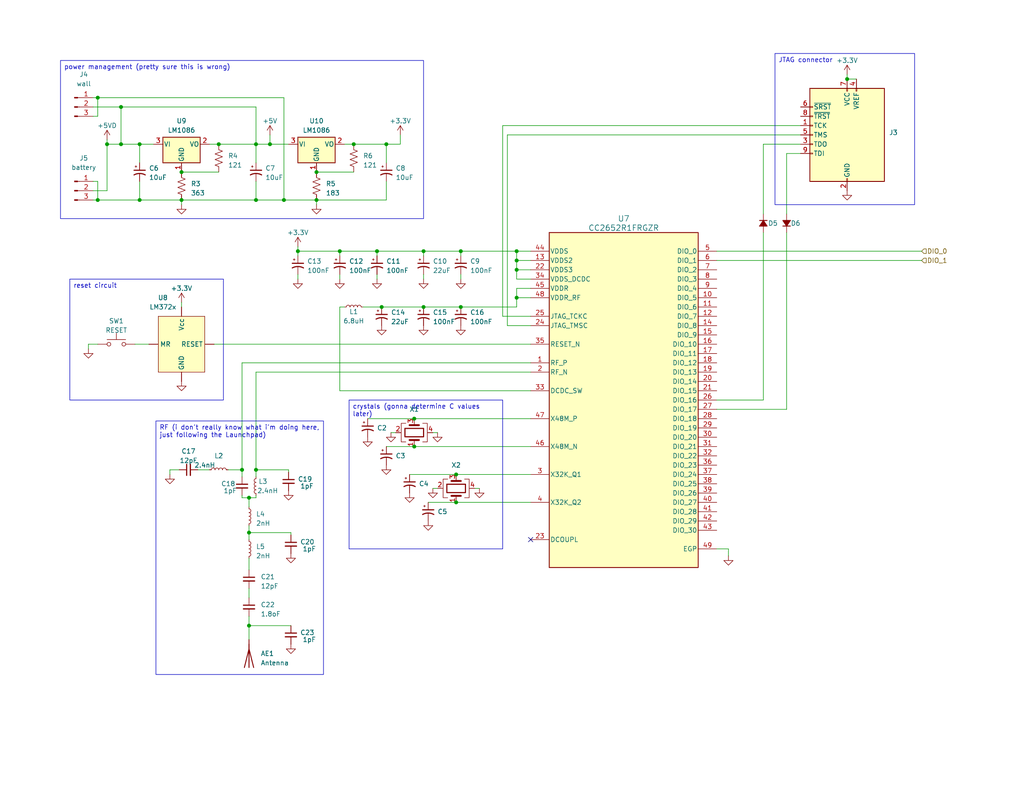
<source format=kicad_sch>
(kicad_sch (version 20230121) (generator eeschema)
  (paper "A")
  (lib_symbols
    (symbol "CC26X2R:CC2652R1FRGZR" (pin_names (offset 0.254))
      (property "Reference" "U7" (at 0 49.53 0))
      (property "Value" "CC2652R1FRGZR" (at 0 46.99 0))
      (symbol "CC2652R1FRGZR_0_1"
        (rectangle (start -20.32 45.72) (end 20.32 -45.72) (stroke (width 0.254)) (fill (type background)))
        (pin bidirectional line (at -25.4 10.16 0) (length 5.08) (name "RF_P") (number "1"))
        (pin bidirectional line (at 25.4 27.94 180) (length 5.08) (name "DIO_5") (number "10"))
        (pin bidirectional line (at 25.4 25.4 180) (length 5.08) (name "DIO_6") (number "11"))
        (pin bidirectional line (at 25.4 22.86 180) (length 5.08) (name "DIO_7") (number "12"))
        (pin power_in line (at -25.4 38.1 0) (length 5.08) (name "VDDS2") (number "13"))
        (pin bidirectional line (at 25.4 20.32 180) (length 5.08) (name "DIO_8") (number "14"))
        (pin bidirectional line (at 25.4 17.78 180) (length 5.08) (name "DIO_9") (number "15"))
        (pin bidirectional line (at 25.4 15.24 180) (length 5.08) (name "DIO_10") (number "16"))
        (pin bidirectional line (at 25.4 12.7 180) (length 5.08) (name "DIO_11") (number "17"))
        (pin bidirectional line (at 25.4 10.16 180) (length 5.08) (name "DIO_12") (number "18"))
        (pin bidirectional line (at 25.4 7.62 180) (length 5.08) (name "DIO_13") (number "19"))
        (pin bidirectional line (at -25.4 7.62 0) (length 5.08) (name "RF_N") (number "2"))
        (pin bidirectional line (at 25.4 5.08 180) (length 5.08) (name "DIO_14") (number "20"))
        (pin bidirectional line (at 25.4 2.54 180) (length 5.08) (name "DIO_15") (number "21"))
        (pin power_in line (at -25.4 35.56 0) (length 5.08) (name "VDDS3") (number "22"))
        (pin unspecified line (at -25.4 -38.1 0) (length 5.08) (name "DCOUPL") (number "23"))
        (pin bidirectional line (at -25.4 20.32 0) (length 5.08) (name "JTAG_TMSC") (number "24"))
        (pin bidirectional line (at -25.4 22.86 0) (length 5.08) (name "JTAG_TCKC") (number "25"))
        (pin bidirectional line (at 25.4 0 180) (length 5.08) (name "DIO_16") (number "26"))
        (pin bidirectional line (at 25.4 -2.54 180) (length 5.08) (name "DIO_17") (number "27"))
        (pin bidirectional line (at 25.4 -5.08 180) (length 5.08) (name "DIO_18") (number "28"))
        (pin bidirectional line (at 25.4 -7.62 180) (length 5.08) (name "DIO_19") (number "29"))
        (pin bidirectional line (at -25.4 -20.32 0) (length 5.08) (name "X32K_Q1") (number "3"))
        (pin bidirectional line (at 25.4 -10.16 180) (length 5.08) (name "DIO_20") (number "30"))
        (pin bidirectional line (at 25.4 -12.7 180) (length 5.08) (name "DIO_21") (number "31"))
        (pin bidirectional line (at 25.4 -15.24 180) (length 5.08) (name "DIO_22") (number "32"))
        (pin power_in line (at -25.4 2.54 0) (length 5.08) (name "DCDC_SW") (number "33"))
        (pin power_in line (at -25.4 33.02 0) (length 5.08) (name "VDDS_DCDC") (number "34"))
        (pin input line (at -25.4 15.24 0) (length 5.08) (name "RESET_N") (number "35"))
        (pin bidirectional line (at 25.4 -17.78 180) (length 5.08) (name "DIO_23") (number "36"))
        (pin bidirectional line (at 25.4 -20.32 180) (length 5.08) (name "DIO_24") (number "37"))
        (pin bidirectional line (at 25.4 -22.86 180) (length 5.08) (name "DIO_25") (number "38"))
        (pin bidirectional line (at 25.4 -25.4 180) (length 5.08) (name "DIO_26") (number "39"))
        (pin bidirectional line (at -25.4 -27.94 0) (length 5.08) (name "X32K_Q2") (number "4"))
        (pin bidirectional line (at 25.4 -27.94 180) (length 5.08) (name "DIO_27") (number "40"))
        (pin bidirectional line (at 25.4 -30.48 180) (length 5.08) (name "DIO_28") (number "41"))
        (pin bidirectional line (at 25.4 -33.02 180) (length 5.08) (name "DIO_29") (number "42"))
        (pin bidirectional line (at 25.4 -35.56 180) (length 5.08) (name "DIO_30") (number "43"))
        (pin power_in line (at -25.4 40.64 0) (length 5.08) (name "VDDS") (number "44"))
        (pin power_in line (at -25.4 30.48 0) (length 5.08) (name "VDDR") (number "45"))
        (pin bidirectional line (at -25.4 -12.7 0) (length 5.08) (name "X48M_N") (number "46"))
        (pin bidirectional line (at -25.4 -5.08 0) (length 5.08) (name "X48M_P") (number "47"))
        (pin power_in line (at -25.4 27.94 0) (length 5.08) (name "VDDR_RF") (number "48"))
        (pin power_in line (at 25.4 -40.64 180) (length 5.08) (name "EGP") (number "49"))
        (pin bidirectional line (at 25.4 40.64 180) (length 5.08) (name "DIO_0") (number "5"))
        (pin bidirectional line (at 25.4 38.1 180) (length 5.08) (name "DIO_1") (number "6"))
        (pin bidirectional line (at 25.4 35.56 180) (length 5.08) (name "DIO_2") (number "7"))
        (pin bidirectional line (at 25.4 33.02 180) (length 5.08) (name "DIO_3") (number "8"))
        (pin bidirectional line (at 25.4 30.48 180) (length 5.08) (name "DIO_4") (number "9"))
      )
    )
    (symbol "Connector:AVR-JTAG-10" (pin_names (offset 1.016))
      (property "Reference" "J" (at -8.89 13.97 0))
      (property "Value" "AVR-JTAG-10" (at 1.27 13.97 0))
      (symbol "AVR-JTAG-10_0_1"
        (rectangle (start -2.667 12.7) (end -2.413 11.938))
        (rectangle (start -0.127 -11.938) (end 0.127 -12.7))
        (rectangle (start -0.127 12.7) (end 0.127 11.938))
        (rectangle (start 10.16 -4.953) (end 9.398 -5.207))
        (rectangle (start 10.16 -2.413) (end 9.398 -2.667))
        (rectangle (start 10.16 0.127) (end 9.398 -0.127))
        (rectangle (start 10.16 2.667) (end 9.398 2.413))
        (rectangle (start 10.16 5.207) (end 9.398 4.953))
        (rectangle (start 10.16 7.747) (end 9.398 7.493))
        (rectangle (start 10.16 12.7) (end -10.16 -12.7) (stroke (width 0.254)) (fill (type background)))
      )
      (symbol "AVR-JTAG-10_1_1"
        (pin passive line (at 12.7 2.54 180) (length 2.54) (name "TCK") (number "1"))
        (pin passive line (at 0 -15.24 90) (length 2.54) hide (name "GND") (number "10"))
        (pin passive line (at 0 -15.24 90) (length 2.54) (name "GND") (number "2"))
        (pin passive line (at 12.7 -2.54 180) (length 2.54) (name "TDO") (number "3"))
        (pin passive line (at -2.54 15.24 270) (length 2.54) (name "VREF") (number "4"))
        (pin passive line (at 12.7 0 180) (length 2.54) (name "TMS") (number "5"))
        (pin passive line (at 12.7 7.62 180) (length 2.54) (name "~{SRST}") (number "6"))
        (pin passive line (at 0 15.24 270) (length 2.54) (name "VCC") (number "7"))
        (pin passive line (at 12.7 5.08 180) (length 2.54) (name "~{TRST}") (number "8"))
        (pin passive line (at 12.7 -5.08 180) (length 2.54) (name "TDI") (number "9"))
      )
    )
    (symbol "Connector:Conn_01x03_Pin" (pin_names (offset 1.016) hide)
      (property "Reference" "J" (at 0 5.08 0))
      (property "Value" "Conn_01x03_Pin" (at 0 -5.08 0))
      (symbol "Conn_01x03_Pin_1_1"
        (polyline (pts (xy 1.27 -2.54) (xy 0.8636 -2.54)) (stroke (width 0.1524)))
        (polyline (pts (xy 1.27 0) (xy 0.8636 0)) (stroke (width 0.1524)))
        (polyline (pts (xy 1.27 2.54) (xy 0.8636 2.54)) (stroke (width 0.1524)))
        (rectangle (start 0.8636 -2.413) (end 0 -2.667) (stroke (width 0.1524)) (fill (type outline)))
        (rectangle (start 0.8636 0.127) (end 0 -0.127) (stroke (width 0.1524)) (fill (type outline)))
        (rectangle (start 0.8636 2.667) (end 0 2.413) (stroke (width 0.1524)) (fill (type outline)))
        (pin passive line (at 5.08 2.54 180) (length 3.81) (name "Pin_1") (number "1"))
        (pin passive line (at 5.08 0 180) (length 3.81) (name "Pin_2") (number "2"))
        (pin passive line (at 5.08 -2.54 180) (length 3.81) (name "Pin_3") (number "3"))
      )
    )
    (symbol "Device:Antenna" (pin_numbers hide) (pin_names (offset 1.016) hide)
      (property "Reference" "AE" (at -1.905 1.905 0))
      (property "Value" "Antenna" (at -1.905 0 0))
      (symbol "Antenna_0_1"
        (polyline (pts (xy 0 2.54) (xy 0 -3.81)) (stroke (width 0.254)))
        (polyline (pts (xy 1.27 2.54) (xy 0 -2.54) (xy -1.27 2.54)) (stroke (width 0.254)))
      )
      (symbol "Antenna_1_1"
        (pin input line (at 0 -5.08 90) (length 2.54) (name "A") (number "1"))
      )
    )
    (symbol "Device:C_Polarized_Small_US" (pin_numbers hide) (pin_names (offset 0.254) hide)
      (property "Reference" "C" (at 0.254 1.778 0))
      (property "Value" "C_Polarized_Small_US" (at 0.254 -2.032 0))
      (symbol "C_Polarized_Small_US_0_1"
        (polyline (pts (xy -1.524 0.508) (xy 1.524 0.508)) (stroke (width 0.3048)))
        (polyline (pts (xy -1.27 1.524) (xy -0.762 1.524)))
        (polyline (pts (xy -1.016 1.27) (xy -1.016 1.778)))
        (arc (start 1.524 -0.762) (mid 0 -0.3734) (end -1.524 -0.762) (stroke (width 0.3048)))
      )
      (symbol "C_Polarized_Small_US_1_1"
        (pin passive line (at 0 2.54 270) (length 2.032) (name "~") (number "1"))
        (pin passive line (at 0 -2.54 90) (length 2.032) (name "~") (number "2"))
      )
    )
    (symbol "Device:C_Small" (pin_numbers hide) (pin_names (offset 0.254) hide)
      (property "Reference" "C" (at 0.254 1.778 0))
      (property "Value" "C_Small" (at 0.254 -2.032 0))
      (symbol "C_Small_0_1"
        (polyline (pts (xy -1.524 -0.508) (xy 1.524 -0.508)) (stroke (width 0.3302)))
        (polyline (pts (xy -1.524 0.508) (xy 1.524 0.508)) (stroke (width 0.3048)))
      )
      (symbol "C_Small_1_1"
        (pin passive line (at 0 2.54 270) (length 2.032) (name "~") (number "1"))
        (pin passive line (at 0 -2.54 90) (length 2.032) (name "~") (number "2"))
      )
    )
    (symbol "Device:Crystal_GND24" (pin_names (offset 1.016) hide)
      (property "Reference" "Y" (at 3.175 5.08 0))
      (property "Value" "Crystal_GND24" (at 3.175 3.175 0))
      (symbol "Crystal_GND24_0_1"
        (rectangle (start -1.143 2.54) (end 1.143 -2.54) (stroke (width 0.3048)))
        (polyline (pts (xy -2.54 0) (xy -2.032 0)))
        (polyline (pts (xy -2.032 -1.27) (xy -2.032 1.27)) (stroke (width 0.508)))
        (polyline (pts (xy 0 -3.81) (xy 0 -3.556)))
        (polyline (pts (xy 0 3.556) (xy 0 3.81)))
        (polyline (pts (xy 2.032 -1.27) (xy 2.032 1.27)) (stroke (width 0.508)))
        (polyline (pts (xy 2.032 0) (xy 2.54 0)))
        (polyline (pts (xy -2.54 -2.286) (xy -2.54 -3.556) (xy 2.54 -3.556) (xy 2.54 -2.286)))
        (polyline (pts (xy -2.54 2.286) (xy -2.54 3.556) (xy 2.54 3.556) (xy 2.54 2.286)))
      )
      (symbol "Crystal_GND24_1_1"
        (pin passive line (at -3.81 0 0) (length 1.27) (name "1") (number "1"))
        (pin passive line (at 0 5.08 270) (length 1.27) (name "2") (number "2"))
        (pin passive line (at 3.81 0 180) (length 1.27) (name "3") (number "3"))
        (pin passive line (at 0 -5.08 90) (length 1.27) (name "4") (number "4"))
      )
    )
    (symbol "Device:D_Small_Filled" (pin_numbers hide) (pin_names (offset 0.254) hide)
      (property "Reference" "D" (at -1.27 2.032 0))
      (property "Value" "D_Small_Filled" (at -3.81 -2.032 0))
      (symbol "D_Small_Filled_0_1"
        (polyline (pts (xy -0.762 -1.016) (xy -0.762 1.016)) (stroke (width 0.254)))
        (polyline (pts (xy -0.762 0) (xy 0.762 0)))
        (polyline (pts (xy 0.762 -1.016) (xy -0.762 0) (xy 0.762 1.016) (xy 0.762 -1.016)) (stroke (width 0.254)) (fill (type outline)))
      )
      (symbol "D_Small_Filled_1_1"
        (pin passive line (at -2.54 0 0) (length 1.778) (name "K") (number "1"))
        (pin passive line (at 2.54 0 180) (length 1.778) (name "A") (number "2"))
      )
    )
    (symbol "Device:L_Small" (pin_numbers hide) (pin_names (offset 0.254) hide)
      (property "Reference" "L" (at 0.762 1.016 0))
      (property "Value" "L_Small" (at 0.762 -1.016 0))
      (symbol "L_Small_0_1"
        (arc (start 0 -2.032) (mid 0.5058 -1.524) (end 0 -1.016))
        (arc (start 0 -1.016) (mid 0.5058 -0.508) (end 0 0))
        (arc (start 0 0) (mid 0.5058 0.508) (end 0 1.016))
        (arc (start 0 1.016) (mid 0.5058 1.524) (end 0 2.032))
      )
      (symbol "L_Small_1_1"
        (pin passive line (at 0 2.54 270) (length 0.508) (name "~") (number "1"))
        (pin passive line (at 0 -2.54 90) (length 0.508) (name "~") (number "2"))
      )
    )
    (symbol "Device:R_US" (pin_numbers hide) (pin_names (offset 0))
      (property "Reference" "R" (at 2.54 0 90))
      (property "Value" "R_US" (at -2.54 0 90))
      (symbol "R_US_0_1"
        (polyline (pts (xy 0 -2.286) (xy 0 -2.54)))
        (polyline (pts (xy 0 2.286) (xy 0 2.54)))
        (polyline (pts (xy 0 -0.762) (xy 1.016 -1.143) (xy 0 -1.524) (xy -1.016 -1.905) (xy 0 -2.286)))
        (polyline (pts (xy 0 0.762) (xy 1.016 0.381) (xy 0 0) (xy -1.016 -0.381) (xy 0 -0.762)))
        (polyline (pts (xy 0 2.286) (xy 1.016 1.905) (xy 0 1.524) (xy -1.016 1.143) (xy 0 0.762)))
      )
      (symbol "R_US_1_1"
        (pin passive line (at 0 3.81 270) (length 1.27) (name "~") (number "1"))
        (pin passive line (at 0 -3.81 90) (length 1.27) (name "~") (number "2"))
      )
    )
    (symbol "My_Library:LM372x"
      (property "Reference" "U" (at 0 15.24 0))
      (property "Value" "LM372x" (at 0 12.7 0))
      (symbol "LM372x_0_1"
        (rectangle (start -6.35 7.62) (end 6.35 -7.62) (fill (type background)))
      )
      (symbol "LM372x_1_1"
        (pin input line (at 0 -10.16 90) (length 2.54) (name "GND") (number ""))
        (pin input line (at -8.89 0 0) (length 2.54) (name "MR") (number ""))
        (pin input line (at 8.89 0 180) (length 2.54) (name "RESET") (number ""))
        (pin input line (at 0 10.16 270) (length 2.54) (name "Vcc") (number ""))
      )
    )
    (symbol "Regulator_Linear:LM1085-5.0" (pin_names (offset 0.254))
      (property "Reference" "U" (at -3.81 3.175 0))
      (property "Value" "LM1085-5.0" (at 0 3.175 0))
      (symbol "LM1085-5.0_0_1"
        (rectangle (start -5.08 1.905) (end 5.08 -5.08) (stroke (width 0.254)) (fill (type background)))
      )
      (symbol "LM1085-5.0_1_1"
        (pin power_in line (at 0 -7.62 90) (length 2.54) (name "GND") (number "1"))
        (pin power_out line (at 7.62 0 180) (length 2.54) (name "VO") (number "2"))
        (pin power_in line (at -7.62 0 0) (length 2.54) (name "VI") (number "3"))
      )
    )
    (symbol "Switch:SW_Push" (pin_numbers hide) (pin_names (offset 1.016) hide)
      (property "Reference" "SW" (at 1.27 2.54 0))
      (property "Value" "SW_Push" (at 0 -1.524 0))
      (symbol "SW_Push_0_1"
        (circle (center -2.032 0) (radius 0.508))
        (polyline (pts (xy 0 1.27) (xy 0 3.048)))
        (polyline (pts (xy 2.54 1.27) (xy -2.54 1.27)))
        (circle (center 2.032 0) (radius 0.508))
        (pin passive line (at -5.08 0 0) (length 2.54) (name "1") (number "1"))
        (pin passive line (at 5.08 0 180) (length 2.54) (name "2") (number "2"))
      )
    )
    (symbol "power:+3.3V" (power) (pin_names (offset 0))
      (property "Value" "+3.3V" (at 0 3.556 0))
      (symbol "+3.3V_0_1"
        (polyline (pts (xy -0.762 1.27) (xy 0 2.54)))
        (polyline (pts (xy 0 0) (xy 0 2.54)))
        (polyline (pts (xy 0 2.54) (xy 0.762 1.27)))
      )
      (symbol "+3.3V_1_1"
        (pin power_in line (at 0 0 90) (length 0) hide (name "+3.3V") (number "1"))
      )
    )
    (symbol "power:+5V" (power) (pin_names (offset 0))
      (property "Value" "+5V" (at 0 3.556 0))
      (symbol "+5V_0_1"
        (polyline (pts (xy -0.762 1.27) (xy 0 2.54)))
        (polyline (pts (xy 0 0) (xy 0 2.54)))
        (polyline (pts (xy 0 2.54) (xy 0.762 1.27)))
      )
      (symbol "+5V_1_1"
        (pin power_in line (at 0 0 90) (length 0) hide (name "+5V") (number "1"))
      )
    )
    (symbol "power:+5VD" (power) (pin_names (offset 0))
      (property "Value" "+5VD" (at 0 3.556 0))
      (symbol "+5VD_0_1"
        (polyline (pts (xy -0.762 1.27) (xy 0 2.54)))
        (polyline (pts (xy 0 0) (xy 0 2.54)))
        (polyline (pts (xy 0 2.54) (xy 0.762 1.27)))
      )
      (symbol "+5VD_1_1"
        (pin power_in line (at 0 0 90) (length 0) hide (name "+5VD") (number "1"))
      )
    )
    (symbol "power:GND" (power) (pin_names (offset 0))
      (property "Value" "GND" (at 0 -3.81 0))
      (symbol "GND_0_1"
        (polyline (pts (xy 0 0) (xy 0 -1.27) (xy 1.27 -1.27) (xy 0 -2.54) (xy -1.27 -1.27) (xy 0 -1.27)))
      )
      (symbol "GND_1_1"
        (pin power_in line (at 0 0 270) (length 0) hide (name "GND") (number "1"))
      )
    )
  )
  (junction (at 231.14 21.59))
  (junction (at 59.69 39.37))
  (junction (at 102.87 68.58))
  (junction (at 92.71 68.58))
  (junction (at 49.53 54.61))
  (junction (at 69.85 39.37))
  (junction (at 33.02 29.21))
  (junction (at 105.41 39.37))
  (junction (at 124.46 137.16))
  (junction (at 77.47 54.61))
  (junction (at 140.97 71.12))
  (junction (at 33.02 39.37))
  (junction (at 81.28 68.58))
  (junction (at 67.945 170.815))
  (junction (at 49.53 46.99))
  (junction (at 104.14 83.82))
  (junction (at 115.57 83.82))
  (junction (at 38.1 39.37))
  (junction (at 124.46 129.54))
  (junction (at 86.36 54.61))
  (junction (at 125.73 68.58))
  (junction (at 38.1 54.61))
  (junction (at 86.36 46.99))
  (junction (at 73.66 39.37))
  (junction (at 26.67 26.67))
  (junction (at 67.945 135.89))
  (junction (at 140.97 68.58))
  (junction (at 67.945 145.415))
  (junction (at 140.97 73.66))
  (junction (at 113.03 114.3))
  (junction (at 125.73 83.82))
  (junction (at 26.67 54.61))
  (junction (at 96.52 39.37))
  (junction (at 69.85 128.27))
  (junction (at 113.03 121.92))
  (junction (at 29.21 39.37))
  (junction (at 140.97 81.28))
  (junction (at 66.04 128.27))
  (junction (at 115.57 68.58))
  (junction (at 69.85 54.61))
  (no_connect (at 144.78 147.32))
  (wire (pts (xy 69.85 128.27) (xy 78.74 128.27)))
  (wire (pts (xy 140.97 73.66) (xy 140.97 71.12)))
  (wire (pts (xy 109.22 36.83) (xy 109.22 39.37)))
  (wire (pts (xy 66.04 99.06) (xy 66.04 128.27)))
  (wire (pts (xy 81.28 74.93) (xy 81.28 76.2)))
  (wire (pts (xy 62.23 128.27) (xy 66.04 128.27)))
  (wire (pts (xy 118.11 133.35) (xy 119.38 133.35)))
  (wire (pts (xy 49.53 55.88) (xy 49.53 54.61)))
  (wire (pts (xy 231.14 20.32) (xy 231.14 21.59)))
  (wire (pts (xy 93.98 39.37) (xy 96.52 39.37)))
  (wire (pts (xy 77.47 54.61) (xy 86.36 54.61)))
  (wire (pts (xy 67.945 170.815) (xy 67.945 174.625)))
  (wire (pts (xy 66.04 135.89) (xy 66.04 135.255)))
  (wire (pts (xy 26.67 54.61) (xy 38.1 54.61)))
  (wire (pts (xy 38.1 54.61) (xy 49.53 54.61)))
  (wire (pts (xy 33.02 39.37) (xy 38.1 39.37)))
  (wire (pts (xy 53.975 128.27) (xy 57.15 128.27)))
  (wire (pts (xy 104.14 83.82) (xy 115.57 83.82)))
  (wire (pts (xy 69.85 54.61) (xy 69.85 49.53)))
  (wire (pts (xy 78.74 128.27) (xy 78.74 128.905)))
  (wire (pts (xy 36.83 93.98) (xy 40.64 93.98)))
  (wire (pts (xy 67.945 145.415) (xy 79.375 145.415)))
  (wire (pts (xy 66.04 135.89) (xy 67.945 135.89)))
  (wire (pts (xy 33.02 29.21) (xy 69.85 29.21)))
  (wire (pts (xy 25.4 26.67) (xy 26.67 26.67)))
  (wire (pts (xy 38.1 39.37) (xy 41.91 39.37)))
  (wire (pts (xy 67.945 135.89) (xy 67.945 138.43)))
  (wire (pts (xy 67.945 152.4) (xy 67.945 155.575)))
  (wire (pts (xy 195.58 111.76) (xy 214.63 111.76)))
  (wire (pts (xy 69.85 101.6) (xy 69.85 128.27)))
  (wire (pts (xy 66.04 128.27) (xy 66.04 130.175)))
  (wire (pts (xy 125.73 68.58) (xy 125.73 69.85)))
  (wire (pts (xy 105.41 54.61) (xy 105.41 49.53)))
  (wire (pts (xy 69.85 39.37) (xy 59.69 39.37)))
  (wire (pts (xy 46.355 128.27) (xy 46.355 129.54)))
  (wire (pts (xy 69.85 135.89) (xy 69.85 135.255)))
  (wire (pts (xy 129.54 133.35) (xy 130.81 133.35)))
  (wire (pts (xy 69.85 128.27) (xy 69.85 130.175)))
  (wire (pts (xy 100.33 114.3) (xy 113.03 114.3)))
  (wire (pts (xy 125.73 83.82) (xy 140.97 83.82)))
  (wire (pts (xy 26.67 49.53) (xy 26.67 54.61)))
  (wire (pts (xy 24.13 93.98) (xy 24.13 95.25)))
  (wire (pts (xy 92.71 83.82) (xy 92.71 106.68)))
  (wire (pts (xy 102.87 68.58) (xy 92.71 68.58)))
  (wire (pts (xy 113.03 121.92) (xy 144.78 121.92)))
  (wire (pts (xy 29.21 52.07) (xy 29.21 39.37)))
  (wire (pts (xy 49.53 46.99) (xy 59.69 46.99)))
  (wire (pts (xy 81.28 68.58) (xy 81.28 69.85)))
  (wire (pts (xy 115.57 83.82) (xy 125.73 83.82)))
  (wire (pts (xy 92.71 68.58) (xy 81.28 68.58)))
  (wire (pts (xy 25.4 29.21) (xy 33.02 29.21)))
  (wire (pts (xy 214.63 111.76) (xy 214.63 63.5)))
  (wire (pts (xy 115.57 68.58) (xy 125.73 68.58)))
  (wire (pts (xy 195.58 109.22) (xy 208.28 109.22)))
  (wire (pts (xy 29.21 39.37) (xy 33.02 39.37)))
  (wire (pts (xy 102.87 68.58) (xy 102.87 69.85)))
  (wire (pts (xy 81.28 67.31) (xy 81.28 68.58)))
  (wire (pts (xy 67.945 143.51) (xy 67.945 145.415)))
  (wire (pts (xy 69.85 39.37) (xy 73.66 39.37)))
  (wire (pts (xy 26.67 93.98) (xy 24.13 93.98)))
  (wire (pts (xy 113.03 114.3) (xy 144.78 114.3)))
  (wire (pts (xy 208.28 109.22) (xy 208.28 63.5)))
  (wire (pts (xy 144.78 86.36) (xy 137.16 86.36)))
  (wire (pts (xy 218.44 39.37) (xy 208.28 39.37)))
  (wire (pts (xy 195.58 71.12) (xy 251.46 71.12)))
  (wire (pts (xy 26.67 31.75) (xy 26.67 26.67)))
  (wire (pts (xy 69.85 44.45) (xy 69.85 39.37)))
  (wire (pts (xy 92.71 68.58) (xy 92.71 69.85)))
  (wire (pts (xy 99.06 83.82) (xy 104.14 83.82)))
  (wire (pts (xy 102.87 68.58) (xy 115.57 68.58)))
  (wire (pts (xy 138.43 36.83) (xy 138.43 88.9)))
  (wire (pts (xy 58.42 93.98) (xy 144.78 93.98)))
  (wire (pts (xy 48.895 128.27) (xy 46.355 128.27)))
  (wire (pts (xy 140.97 78.74) (xy 144.78 78.74)))
  (wire (pts (xy 25.4 52.07) (xy 29.21 52.07)))
  (wire (pts (xy 195.58 68.58) (xy 251.46 68.58)))
  (wire (pts (xy 140.97 76.2) (xy 144.78 76.2)))
  (wire (pts (xy 198.755 149.86) (xy 198.755 151.765)))
  (wire (pts (xy 25.4 49.53) (xy 26.67 49.53)))
  (wire (pts (xy 86.36 54.61) (xy 86.36 55.88)))
  (wire (pts (xy 86.36 54.61) (xy 105.41 54.61)))
  (wire (pts (xy 140.97 68.58) (xy 144.78 68.58)))
  (wire (pts (xy 208.28 39.37) (xy 208.28 58.42)))
  (wire (pts (xy 49.53 54.61) (xy 69.85 54.61)))
  (wire (pts (xy 67.945 135.89) (xy 69.85 135.89)))
  (wire (pts (xy 198.755 149.86) (xy 195.58 149.86)))
  (wire (pts (xy 140.97 76.2) (xy 140.97 73.66)))
  (wire (pts (xy 111.76 129.54) (xy 124.46 129.54)))
  (wire (pts (xy 144.78 81.28) (xy 140.97 81.28)))
  (wire (pts (xy 49.53 82.55) (xy 49.53 83.82)))
  (wire (pts (xy 115.57 74.93) (xy 115.57 76.2)))
  (wire (pts (xy 140.97 71.12) (xy 140.97 68.58)))
  (wire (pts (xy 33.02 29.21) (xy 33.02 39.37)))
  (wire (pts (xy 73.66 39.37) (xy 78.74 39.37)))
  (wire (pts (xy 218.44 41.91) (xy 214.63 41.91)))
  (wire (pts (xy 218.44 36.83) (xy 138.43 36.83)))
  (wire (pts (xy 125.73 74.93) (xy 125.73 76.2)))
  (wire (pts (xy 66.04 99.06) (xy 144.78 99.06)))
  (wire (pts (xy 67.945 170.815) (xy 79.375 170.815)))
  (wire (pts (xy 137.16 86.36) (xy 137.16 34.29)))
  (wire (pts (xy 140.97 81.28) (xy 140.97 83.82)))
  (wire (pts (xy 144.78 101.6) (xy 69.85 101.6)))
  (wire (pts (xy 137.16 34.29) (xy 218.44 34.29)))
  (wire (pts (xy 105.41 39.37) (xy 109.22 39.37)))
  (wire (pts (xy 124.46 137.16) (xy 144.78 137.16)))
  (wire (pts (xy 102.87 74.93) (xy 102.87 76.2)))
  (wire (pts (xy 29.21 38.1) (xy 29.21 39.37)))
  (wire (pts (xy 67.945 160.655) (xy 67.945 163.195)))
  (wire (pts (xy 118.11 118.11) (xy 119.38 118.11)))
  (wire (pts (xy 79.375 145.415) (xy 79.375 146.05)))
  (wire (pts (xy 73.66 36.83) (xy 73.66 39.37)))
  (wire (pts (xy 105.41 39.37) (xy 96.52 39.37)))
  (wire (pts (xy 231.14 21.59) (xy 233.68 21.59)))
  (wire (pts (xy 140.97 78.74) (xy 140.97 81.28)))
  (wire (pts (xy 140.97 68.58) (xy 125.73 68.58)))
  (wire (pts (xy 77.47 26.67) (xy 77.47 54.61)))
  (wire (pts (xy 26.67 26.67) (xy 77.47 26.67)))
  (wire (pts (xy 124.46 129.54) (xy 144.78 129.54)))
  (wire (pts (xy 138.43 88.9) (xy 144.78 88.9)))
  (wire (pts (xy 105.41 121.92) (xy 113.03 121.92)))
  (wire (pts (xy 140.97 71.12) (xy 144.78 71.12)))
  (wire (pts (xy 105.41 44.45) (xy 105.41 39.37)))
  (wire (pts (xy 214.63 41.91) (xy 214.63 58.42)))
  (wire (pts (xy 92.71 83.82) (xy 93.98 83.82)))
  (wire (pts (xy 92.71 74.93) (xy 92.71 76.2)))
  (wire (pts (xy 116.84 137.16) (xy 124.46 137.16)))
  (wire (pts (xy 92.71 106.68) (xy 144.78 106.68)))
  (wire (pts (xy 38.1 49.53) (xy 38.1 54.61)))
  (wire (pts (xy 38.1 39.37) (xy 38.1 44.45)))
  (wire (pts (xy 69.85 29.21) (xy 69.85 39.37)))
  (wire (pts (xy 67.945 145.415) (xy 67.945 147.32)))
  (wire (pts (xy 86.36 46.99) (xy 96.52 46.99)))
  (wire (pts (xy 115.57 68.58) (xy 115.57 69.85)))
  (wire (pts (xy 57.15 39.37) (xy 59.69 39.37)))
  (wire (pts (xy 106.68 118.11) (xy 107.95 118.11)))
  (wire (pts (xy 25.4 31.75) (xy 26.67 31.75)))
  (wire (pts (xy 77.47 54.61) (xy 69.85 54.61)))
  (wire (pts (xy 140.97 73.66) (xy 144.78 73.66)))
  (wire (pts (xy 25.4 54.61) (xy 26.67 54.61)))
  (wire (pts (xy 67.945 168.275) (xy 67.945 170.815)))
  (text_box "crystals (gonna determine C values later)\n" (at 95.25 109.22 0) (size 41.91 40.64) (effects (font (size 1.27 1.27)) (justify left top)))
  (text_box "reset circuit\n" (at 19.05 76.2 0) (size 41.91 33.02) (effects (font (size 1.27 1.27)) (justify left top)))
  (text_box "power management (pretty sure this is wrong)" (at 16.51 16.51 0) (size 99.06 43.18) (effects (font (size 1.27 1.27)) (justify left top)))
  (text_box "JTAG connector\n" (at 211.455 14.605 0) (size 38.1 41.275) (effects (font (size 1.27 1.27)) (justify left top)))
  (text_box "RF (i don't really know what i'm doing here, just following the Launchpad)" (at 42.545 114.935 0) (size 45.72 69.215) (effects (font (size 1.27 1.27)) (justify left top)))
  (hierarchical_label "DIO_0" (shape input) (at 251.46 68.58 0))
  (hierarchical_label "DIO_1" (shape input) (at 251.46 71.12 0))
  (symbol (lib_id "Device:C_Polarized_Small_US") (at 69.85 46.99 0) (unit 1)
    (property "Reference" "C7" (at 72.39 45.9232 0) (effects (justify left)))
    (property "Value" "10uF" (at 72.39 48.4632 0) (effects (justify left)))
  )
  (symbol (lib_id "Device:C_Small") (at 79.375 173.355 0) (unit 1)
    (property "Reference" "C23" (at 81.915 172.72 0) (effects (justify left)))
    (property "Value" "1pF" (at 82.55 174.625 0) (effects (justify left)))
  )
  (symbol (lib_id "Device:C_Polarized_Small_US") (at 38.1 46.99 0) (unit 1)
    (property "Reference" "C6" (at 40.64 45.9232 0) (effects (justify left)))
    (property "Value" "10uF" (at 40.64 48.4632 0) (effects (justify left)))
  )
  (symbol (lib_id "power:GND") (at 81.28 76.2 0) (unit 1)
    (property "Reference" "#PWR039" (effects hide))
    (property "Value" "GND" (effects hide))
  )
  (symbol (lib_id "Device:C_Polarized_Small_US") (at 104.14 86.36 0) (unit 1)
    (property "Reference" "C14" (at 106.68 85.2932 0) (effects (justify left)))
    (property "Value" "22uF" (at 106.68 87.8332 0) (effects (justify left)))
  )
  (symbol (lib_id "Device:C_Small") (at 67.945 158.115 0) (unit 1)
    (property "Reference" "C21" (at 71.12 157.4863 0) (effects (justify left)))
    (property "Value" "12pF" (at 71.12 160.0263 0) (effects (justify left)))
  )
  (symbol (lib_id "Device:C_Small") (at 67.945 165.735 0) (unit 1)
    (property "Reference" "C22" (at 71.12 165.1063 0) (effects (justify left)))
    (property "Value" "1.8oF" (at 71.12 167.6463 0) (effects (justify left)))
  )
  (symbol (lib_id "power:GND") (at 79.375 151.13 0) (unit 1)
    (property "Reference" "#PWR053" (effects hide))
    (property "Value" "GND" (effects hide))
  )
  (symbol (lib_id "power:GND") (at 198.755 151.765 0) (unit 1)
    (property "Reference" "#PWR055" (effects hide))
    (property "Value" "GND" (effects hide))
  )
  (symbol (lib_id "Device:C_Polarized_Small_US") (at 115.57 72.39 0) (unit 1)
    (property "Reference" "C10" (at 118.11 71.3232 0) (effects (justify left)))
    (property "Value" "22uF" (at 118.11 73.8632 0) (effects (justify left)))
  )
  (symbol (lib_id "Device:Crystal_GND24") (at 113.03 118.11 90) (unit 1)
    (property "Reference" "X1" (at 113.03 111.76 90))
    (property "Value" "Crystal_GND24" (effects hide))
  )
  (symbol (lib_id "Device:R_US") (at 96.52 43.18 0) (unit 1)
    (property "Reference" "R6" (at 99.06 42.545 0) (effects (justify left)))
    (property "Value" "121" (at 99.06 45.085 0) (effects (justify left)))
  )
  (symbol (lib_id "Device:C_Polarized_Small_US") (at 100.33 116.84 0) (unit 1)
    (property "Reference" "C2" (at 102.87 116.84 0) (effects (justify left)))
    (property "Value" "C_Polarized_Small_US" (effects hide))
  )
  (symbol (lib_id "power:GND") (at 115.57 88.9 0) (unit 1)
    (property "Reference" "#PWR049" (effects hide))
    (property "Value" "GND" (effects hide))
  )
  (symbol (lib_id "power:+3.3V") (at 49.53 82.55 0) (unit 1)
    (property "Reference" "#PWR034" (effects hide))
    (property "Value" "+3.3V" (at 49.53 78.74 0))
  )
  (symbol (lib_id "Device:C_Small") (at 78.74 131.445 0) (unit 1)
    (property "Reference" "C19" (at 81.28 130.81 0) (effects (justify left)))
    (property "Value" "1pF" (at 81.915 132.715 0) (effects (justify left)))
  )
  (symbol (lib_id "power:GND") (at 49.53 104.14 0) (unit 1)
    (property "Reference" "#PWR032" (effects hide))
    (property "Value" "GND" (effects hide))
  )
  (symbol (lib_id "Device:R_US") (at 59.69 43.18 0) (unit 1)
    (property "Reference" "R4" (at 62.23 42.545 0) (effects (justify left)))
    (property "Value" "121" (at 62.23 45.085 0) (effects (justify left)))
  )
  (symbol (lib_id "Device:C_Small") (at 51.435 128.27 90) (unit 1)
    (property "Reference" "C17" (at 51.4413 123.19 90))
    (property "Value" "12pF" (at 51.4413 125.73 90))
  )
  (symbol (lib_id "Connector:AVR-JTAG-10") (at 231.14 36.83 0) (mirror y) (unit 1)
    (property "Reference" "J3" (at 242.57 36.195 0) (effects (justify right)))
    (property "Value" "AVR-JTAG-10" (effects hide))
    (property "Datasheet" " ~" (effects hide))
  )
  (symbol (lib_id "Device:C_Polarized_Small_US") (at 125.73 86.36 0) (unit 1)
    (property "Reference" "C16" (at 128.27 85.2932 0) (effects (justify left)))
    (property "Value" "100nF" (at 128.27 87.8332 0) (effects (justify left)))
  )
  (symbol (lib_id "Device:C_Polarized_Small_US") (at 116.84 139.7 0) (unit 1)
    (property "Reference" "C5" (at 119.38 139.7 0) (effects (justify left)))
    (property "Value" "C_Polarized_Small_US" (effects hide))
  )
  (symbol (lib_id "power:GND") (at 106.68 118.11 0) (unit 1)
    (property "Reference" "#PWR025" (effects hide))
    (property "Value" "GND" (effects hide))
  )
  (symbol (lib_id "power:GND") (at 79.375 175.895 0) (unit 1)
    (property "Reference" "#PWR054" (effects hide))
    (property "Value" "GND" (effects hide))
  )
  (symbol (lib_id "Device:C_Polarized_Small_US") (at 115.57 86.36 0) (unit 1)
    (property "Reference" "C15" (at 118.11 85.2932 0) (effects (justify left)))
    (property "Value" "100nF" (at 118.11 87.8332 0) (effects (justify left)))
  )
  (symbol (lib_id "Connector:Conn_01x03_Pin") (at 20.32 52.07 0) (unit 1)
    (property "Reference" "J5" (at 22.86 43.18 0))
    (property "Value" "battery" (at 22.86 45.72 0))
  )
  (symbol (lib_id "Device:Antenna") (at 67.945 179.705 180) (unit 1)
    (property "Reference" "AE1" (at 71.12 178.435 0) (effects (justify right)))
    (property "Value" "Antenna" (at 71.12 180.975 0) (effects (justify right)))
  )
  (symbol (lib_id "power:GND") (at 24.13 95.25 0) (unit 1)
    (property "Reference" "#PWR033" (effects hide))
    (property "Value" "GND" (effects hide))
  )
  (symbol (lib_id "Device:L_Small") (at 59.69 128.27 90) (unit 1)
    (property "Reference" "L2" (at 59.69 124.46 90))
    (property "Value" "2.4nH" (at 55.88 127 90))
  )
  (symbol (lib_id "My_Library:LM372x") (at 49.53 93.98 0) (unit 1)
    (property "Reference" "U8" (at 44.45 81.28 0))
    (property "Value" "LM372x" (at 44.45 83.82 0))
  )
  (symbol (lib_id "Device:C_Polarized_Small_US") (at 105.41 46.99 0) (unit 1)
    (property "Reference" "C8" (at 107.95 45.9232 0) (effects (justify left)))
    (property "Value" "10uF" (at 107.95 48.4632 0) (effects (justify left)))
  )
  (symbol (lib_id "power:GND") (at 105.41 127 0) (unit 1)
    (property "Reference" "#PWR026" (effects hide))
    (property "Value" "GND" (effects hide))
  )
  (symbol (lib_id "Regulator_Linear:LM1085-5.0") (at 86.36 39.37 0) (unit 1)
    (property "Reference" "U10" (at 86.36 33.02 0))
    (property "Value" "LM1086" (at 86.36 35.56 0))
  )
  (symbol (lib_id "power:GND") (at 46.355 129.54 0) (unit 1)
    (property "Reference" "#PWR051" (effects hide))
    (property "Value" "GND" (effects hide))
  )
  (symbol (lib_id "Device:L_Small") (at 96.52 83.82 90) (unit 1)
    (property "Reference" "L1" (at 96.52 85.09 90))
    (property "Value" "6.8uH" (at 96.52 87.63 90))
  )
  (symbol (lib_id "power:GND") (at 86.36 55.88 0) (unit 1)
    (property "Reference" "#PWR038" (effects hide))
    (property "Value" "GND" (effects hide))
  )
  (symbol (lib_id "power:+3.3V") (at 231.14 20.32 0) (unit 1)
    (property "Reference" "#PWR036" (effects hide))
    (property "Value" "+3.3V" (at 231.14 16.51 0))
  )
  (symbol (lib_id "Device:Crystal_GND24") (at 124.46 133.35 90) (unit 1)
    (property "Reference" "X2" (at 124.46 127 90))
    (property "Value" "Crystal_GND24" (effects hide))
  )
  (symbol (lib_id "power:GND") (at 119.38 118.11 0) (unit 1)
    (property "Reference" "#PWR024" (effects hide))
    (property "Value" "GND" (effects hide))
  )
  (symbol (lib_id "Connector:Conn_01x03_Pin") (at 20.32 29.21 0) (unit 1)
    (property "Reference" "J4" (at 22.86 20.32 0))
    (property "Value" "wall" (at 22.86 22.86 0))
  )
  (symbol (lib_id "Device:D_Small_Filled") (at 208.28 60.96 270) (unit 1)
    (property "Reference" "D5" (at 209.55 60.96 90) (effects (justify left)))
    (property "Value" "D_Small_Filled" (effects hide))
    (property "Sim.Device" "D" (effects hide))
    (property "Sim.Pins" "1=K 2=A" (effects hide))
  )
  (symbol (lib_id "Device:C_Polarized_Small_US") (at 111.76 132.08 0) (unit 1)
    (property "Reference" "C4" (at 114.3 132.08 0) (effects (justify left)))
    (property "Value" "C_Polarized_Small_US" (effects hide))
  )
  (symbol (lib_id "power:+3.3V") (at 109.22 36.83 0) (unit 1)
    (property "Reference" "#PWR044" (effects hide))
    (property "Value" "+3.3V" (at 109.22 33.02 0))
  )
  (symbol (lib_id "Regulator_Linear:LM1085-5.0") (at 49.53 39.37 0) (unit 1)
    (property "Reference" "U9" (at 49.53 33.02 0))
    (property "Value" "LM1086" (at 49.53 35.56 0))
  )
  (symbol (lib_id "Device:C_Polarized_Small_US") (at 102.87 72.39 0) (unit 1)
    (property "Reference" "C11" (at 105.41 71.3232 0) (effects (justify left)))
    (property "Value" "100nF" (at 105.41 73.8632 0) (effects (justify left)))
  )
  (symbol (lib_id "power:GND") (at 231.14 52.07 0) (unit 1)
    (property "Reference" "#PWR035" (effects hide))
    (property "Value" "GND" (effects hide))
  )
  (symbol (lib_id "power:GND") (at 78.74 133.985 0) (unit 1)
    (property "Reference" "#PWR052" (effects hide))
    (property "Value" "GND" (effects hide))
  )
  (symbol (lib_id "Device:R_US") (at 86.36 50.8 0) (unit 1)
    (property "Reference" "R5" (at 88.9 50.165 0) (effects (justify left)))
    (property "Value" "183" (at 88.9 52.705 0) (effects (justify left)))
  )
  (symbol (lib_id "Device:L_Small") (at 67.945 149.86 0) (unit 1)
    (property "Reference" "L5" (at 69.85 149.225 0) (effects (justify left)))
    (property "Value" "2nH" (at 69.85 151.765 0) (effects (justify left)))
  )
  (symbol (lib_id "Device:C_Polarized_Small_US") (at 125.73 72.39 0) (unit 1)
    (property "Reference" "C9" (at 128.27 71.3232 0) (effects (justify left)))
    (property "Value" "100nF" (at 128.27 73.8632 0) (effects (justify left)))
  )
  (symbol (lib_id "power:GND") (at 104.14 88.9 0) (unit 1)
    (property "Reference" "#PWR048" (effects hide))
    (property "Value" "GND" (effects hide))
  )
  (symbol (lib_id "Device:C_Polarized_Small_US") (at 92.71 72.39 0) (unit 1)
    (property "Reference" "C12" (at 95.25 71.3232 0) (effects (justify left)))
    (property "Value" "100nF" (at 95.25 73.8632 0) (effects (justify left)))
  )
  (symbol (lib_id "power:GND") (at 115.57 76.2 0) (unit 1)
    (property "Reference" "#PWR042" (effects hide))
    (property "Value" "GND" (effects hide))
  )
  (symbol (lib_id "Device:C_Polarized_Small_US") (at 105.41 124.46 0) (unit 1)
    (property "Reference" "C3" (at 107.95 124.46 0) (effects (justify left)))
    (property "Value" "C_Polarized_Small_US" (effects hide))
  )
  (symbol (lib_id "Device:C_Polarized_Small_US") (at 81.28 72.39 0) (unit 1)
    (property "Reference" "C13" (at 83.82 71.3232 0) (effects (justify left)))
    (property "Value" "100nF" (at 83.82 73.8632 0) (effects (justify left)))
  )
  (symbol (lib_id "power:GND") (at 92.71 76.2 0) (unit 1)
    (property "Reference" "#PWR040" (effects hide))
    (property "Value" "GND" (effects hide))
  )
  (symbol (lib_id "Device:D_Small_Filled") (at 214.63 60.96 90) (unit 1)
    (property "Reference" "D6" (at 218.44 60.96 90) (effects (justify left)))
    (property "Value" "D_Small_Filled" (effects hide))
    (property "Sim.Device" "D" (effects hide))
    (property "Sim.Pins" "1=K 2=A" (effects hide))
  )
  (symbol (lib_id "power:+5VD") (at 29.21 38.1 0) (unit 1)
    (property "Reference" "#PWR046" (effects hide))
    (property "Value" "VBAT" (at 29.21 34.29 0))
  )
  (symbol (lib_id "Switch:SW_Push") (at 31.75 93.98 0) (unit 1)
    (property "Reference" "SW1" (at 31.75 87.63 0))
    (property "Value" "RESET" (at 31.75 90.17 0))
  )
  (symbol (lib_id "power:GND") (at 100.33 119.38 0) (unit 1)
    (property "Reference" "#PWR027" (effects hide))
    (property "Value" "GND" (effects hide))
  )
  (symbol (lib_id "Device:L_Small") (at 67.945 140.97 0) (unit 1)
    (property "Reference" "L4" (at 69.85 140.335 0) (effects (justify left)))
    (property "Value" "2nH" (at 69.85 142.875 0) (effects (justify left)))
  )
  (symbol (lib_id "power:GND") (at 130.81 133.35 0) (unit 1)
    (property "Reference" "#PWR031" (effects hide))
    (property "Value" "GND" (effects hide))
  )
  (symbol (lib_id "Device:C_Small") (at 66.04 132.715 0) (unit 1)
    (property "Reference" "C18" (at 60.325 132.08 0) (effects (justify left)))
    (property "Value" "1pF" (at 60.96 133.985 0) (effects (justify left)))
  )
  (symbol (lib_id "power:GND") (at 125.73 88.9 0) (unit 1)
    (property "Reference" "#PWR050" (effects hide))
    (property "Value" "GND" (effects hide))
  )
  (symbol (lib_id "Device:L_Small") (at 69.85 132.715 180) (unit 1)
    (property "Reference" "L3" (at 71.755 131.445 0))
    (property "Value" "2.4nH" (at 73.025 133.985 0))
  )
  (symbol (lib_id "power:GND") (at 118.11 133.35 0) (unit 1)
    (property "Reference" "#PWR030" (effects hide))
    (property "Value" "GND" (effects hide))
  )
  (symbol (lib_id "Device:C_Small") (at 79.375 148.59 0) (unit 1)
    (property "Reference" "C20" (at 81.915 147.955 0) (effects (justify left)))
    (property "Value" "1pF" (at 82.55 149.86 0) (effects (justify left)))
  )
  (symbol (lib_id "power:GND") (at 102.87 76.2 0) (unit 1)
    (property "Reference" "#PWR041" (effects hide))
    (property "Value" "GND" (effects hide))
  )
  (symbol (lib_id "power:GND") (at 111.76 134.62 0) (unit 1)
    (property "Reference" "#PWR028" (effects hide))
    (property "Value" "GND" (effects hide))
  )
  (symbol (lib_id "power:GND") (at 49.53 55.88 0) (unit 1)
    (property "Reference" "#PWR037" (effects hide))
    (property "Value" "GND" (effects hide))
  )
  (symbol (lib_id "CC26X2R:CC2652R1FRGZR") (at 170.18 109.22 0) (unit 1)
    (property "Reference" "U7" (at 170.18 59.69 0) (effects (font (size 1.524 1.524))))
    (property "Value" "CC2652R1FRGZR" (at 170.18 62.23 0) (effects (font (size 1.524 1.524))))
    (property "Footprint" "RGZ0048A" (effects hide))
    (property "Datasheet" "CC2652R1FRGZR" (effects hide))
  )
  (symbol (lib_id "power:GND") (at 125.73 76.2 0) (unit 1)
    (property "Reference" "#PWR043" (effects hide))
    (property "Value" "GND" (effects hide))
  )
  (symbol (lib_id "power:+3.3V") (at 81.28 67.31 0) (unit 1)
    (property "Reference" "#PWR047" (effects hide))
    (property "Value" "+3.3V" (at 81.28 63.5 0))
  )
  (symbol (lib_id "power:GND") (at 116.84 142.24 0) (unit 1)
    (property "Reference" "#PWR029" (effects hide))
    (property "Value" "GND" (effects hide))
  )
  (symbol (lib_id "Device:R_US") (at 49.53 50.8 0) (unit 1)
    (property "Reference" "R3" (at 52.07 50.165 0) (effects (justify left)))
    (property "Value" "363" (at 52.07 52.705 0) (effects (justify left)))
  )
  (symbol (lib_id "power:+5V") (at 73.66 36.83 0) (unit 1)
    (property "Reference" "#PWR045" (effects hide))
    (property "Value" "+5V" (at 73.66 33.02 0))
  )
)
</source>
